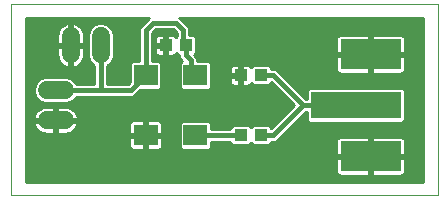
<source format=gtl>
G75*
G70*
%OFA0B0*%
%FSLAX24Y24*%
%IPPOS*%
%LPD*%
%AMOC8*
5,1,8,0,0,1.08239X$1,22.5*
%
%ADD10C,0.0000*%
%ADD11R,0.0787X0.0709*%
%ADD12C,0.0600*%
%ADD13R,0.0433X0.0394*%
%ADD14R,0.2000X0.1000*%
%ADD15R,0.3000X0.0900*%
%ADD16C,0.0160*%
%ADD17C,0.0100*%
D10*
X003000Y000100D02*
X003000Y006470D01*
X017242Y006470D01*
X017242Y000100D01*
X003000Y000100D01*
D11*
X007500Y002100D03*
X009154Y002100D03*
X009154Y004100D03*
X007500Y004100D03*
D12*
X006000Y004800D02*
X006000Y005400D01*
X005000Y005400D02*
X005000Y004800D01*
X004800Y003600D02*
X004200Y003600D01*
X004200Y002600D02*
X004800Y002600D01*
D13*
X010665Y002100D03*
X011335Y002100D03*
X011335Y004100D03*
X010665Y004100D03*
X008835Y005100D03*
X008165Y005100D03*
D14*
X015000Y004800D03*
X015000Y001400D03*
D15*
X014500Y003100D03*
D16*
X012750Y003100D01*
X011750Y004100D01*
X011335Y004100D01*
X009154Y004100D02*
X009000Y004254D01*
X009000Y004600D01*
X008835Y004765D01*
X008835Y005100D01*
X008750Y005185D01*
X008750Y005600D01*
X008500Y005850D01*
X007750Y005850D01*
X007500Y005600D01*
X007500Y004100D01*
X007000Y003600D01*
X006000Y003600D01*
X006000Y005100D01*
X008874Y004380D02*
X009154Y004100D01*
X006000Y003600D02*
X004500Y003600D01*
X007000Y002100D02*
X007500Y002100D01*
X009154Y002100D02*
X010665Y002100D01*
X011335Y002100D02*
X011750Y002100D01*
X012750Y003100D01*
D17*
X012453Y003100D02*
X011681Y002328D01*
X011681Y002351D01*
X011605Y002427D01*
X011064Y002427D01*
X011000Y002363D01*
X010936Y002427D01*
X010395Y002427D01*
X010319Y002351D01*
X010319Y002310D01*
X009677Y002310D01*
X009677Y002508D01*
X009601Y002584D01*
X008706Y002584D01*
X008630Y002508D01*
X008630Y001692D01*
X008706Y001616D01*
X009601Y001616D01*
X009677Y001692D01*
X009677Y001890D01*
X010319Y001890D01*
X010319Y001849D01*
X010395Y001773D01*
X010936Y001773D01*
X011000Y001837D01*
X011064Y001773D01*
X011605Y001773D01*
X011681Y001849D01*
X011681Y001890D01*
X011837Y001890D01*
X012837Y002890D01*
X012870Y002890D01*
X012870Y002596D01*
X012946Y002520D01*
X016054Y002520D01*
X016130Y002596D01*
X016130Y003604D01*
X016054Y003680D01*
X012946Y003680D01*
X012870Y003604D01*
X012870Y003310D01*
X012837Y003310D01*
X011837Y004310D01*
X011681Y004310D01*
X011681Y004351D01*
X011605Y004427D01*
X011064Y004427D01*
X011011Y004373D01*
X011002Y004389D01*
X010974Y004417D01*
X010940Y004437D01*
X010902Y004447D01*
X010714Y004447D01*
X010714Y004148D01*
X010617Y004148D01*
X010617Y004052D01*
X010299Y004052D01*
X010299Y003883D01*
X010309Y003845D01*
X010329Y003811D01*
X010357Y003783D01*
X010391Y003763D01*
X010429Y003753D01*
X010617Y003753D01*
X010617Y004052D01*
X010714Y004052D01*
X010714Y003753D01*
X010902Y003753D01*
X010940Y003763D01*
X010974Y003783D01*
X011002Y003811D01*
X011011Y003827D01*
X011064Y003773D01*
X011605Y003773D01*
X011681Y003849D01*
X011681Y003872D01*
X012453Y003100D01*
X012415Y003139D02*
X003500Y003139D01*
X003500Y003237D02*
X003955Y003237D01*
X003956Y003235D02*
X004114Y003170D01*
X004886Y003170D01*
X005044Y003235D01*
X005165Y003356D01*
X005178Y003390D01*
X007087Y003390D01*
X007313Y003616D01*
X007948Y003616D01*
X008024Y003692D01*
X008024Y004508D01*
X007948Y004584D01*
X007710Y004584D01*
X007710Y005513D01*
X007837Y005640D01*
X008413Y005640D01*
X008540Y005513D01*
X008540Y005403D01*
X008511Y005373D01*
X008502Y005389D01*
X008474Y005417D01*
X008440Y005437D01*
X008402Y005447D01*
X008214Y005447D01*
X008214Y005148D01*
X008117Y005148D01*
X008117Y005052D01*
X007799Y005052D01*
X007799Y004883D01*
X007809Y004845D01*
X007829Y004811D01*
X007857Y004783D01*
X007891Y004763D01*
X007929Y004753D01*
X008117Y004753D01*
X008117Y005052D01*
X008214Y005052D01*
X008214Y004753D01*
X008402Y004753D01*
X008440Y004763D01*
X008474Y004783D01*
X008502Y004811D01*
X008511Y004827D01*
X008564Y004773D01*
X008625Y004773D01*
X008625Y004678D01*
X008719Y004584D01*
X008706Y004584D01*
X008630Y004508D01*
X008630Y003692D01*
X008706Y003616D01*
X009601Y003616D01*
X009677Y003692D01*
X009677Y004508D01*
X009601Y004584D01*
X009210Y004584D01*
X009210Y004687D01*
X009114Y004783D01*
X009181Y004849D01*
X009181Y005351D01*
X009105Y005427D01*
X008960Y005427D01*
X008960Y005687D01*
X008837Y005810D01*
X008627Y006020D01*
X016750Y006020D01*
X016750Y000550D01*
X003500Y000550D01*
X003500Y006020D01*
X007623Y006020D01*
X007540Y005937D01*
X007290Y005687D01*
X007290Y004584D01*
X007052Y004584D01*
X006976Y004508D01*
X006976Y003873D01*
X006913Y003810D01*
X006210Y003810D01*
X006210Y004422D01*
X006244Y004435D01*
X006365Y004556D01*
X006430Y004714D01*
X006430Y005486D01*
X006365Y005644D01*
X006244Y005765D01*
X006086Y005830D01*
X005914Y005830D01*
X005756Y005765D01*
X005635Y005644D01*
X005570Y005486D01*
X005570Y004714D01*
X005635Y004556D01*
X005756Y004435D01*
X005790Y004422D01*
X005790Y003810D01*
X005178Y003810D01*
X005165Y003844D01*
X005044Y003965D01*
X004886Y004030D01*
X004114Y004030D01*
X003956Y003965D01*
X003835Y003844D01*
X003770Y003686D01*
X003770Y003514D01*
X003835Y003356D01*
X003956Y003235D01*
X003856Y003336D02*
X003500Y003336D01*
X003500Y003434D02*
X003803Y003434D01*
X003770Y003533D02*
X003500Y003533D01*
X003500Y003631D02*
X003770Y003631D01*
X003788Y003730D02*
X003500Y003730D01*
X003500Y003828D02*
X003829Y003828D01*
X003918Y003927D02*
X003500Y003927D01*
X003500Y004025D02*
X004102Y004025D01*
X003500Y004124D02*
X005790Y004124D01*
X005790Y004222D02*
X003500Y004222D01*
X003500Y004321D02*
X005790Y004321D01*
X005790Y004419D02*
X005241Y004419D01*
X005236Y004415D02*
X005293Y004457D01*
X005343Y004507D01*
X005385Y004564D01*
X005417Y004627D01*
X005439Y004695D01*
X005450Y004765D01*
X005450Y005050D01*
X005050Y005050D01*
X005050Y005150D01*
X005450Y005150D01*
X005450Y005435D01*
X005439Y005505D01*
X005417Y005573D01*
X005385Y005636D01*
X005343Y005693D01*
X005293Y005743D01*
X005236Y005785D01*
X005173Y005817D01*
X005105Y005839D01*
X005050Y005848D01*
X005050Y005150D01*
X004950Y005150D01*
X004950Y005848D01*
X004895Y005839D01*
X004827Y005817D01*
X004764Y005785D01*
X004707Y005743D01*
X004657Y005693D01*
X004615Y005636D01*
X004583Y005573D01*
X004561Y005505D01*
X004550Y005435D01*
X004550Y005150D01*
X004950Y005150D01*
X004950Y005050D01*
X005050Y005050D01*
X005050Y004352D01*
X005105Y004361D01*
X005173Y004383D01*
X005236Y004415D01*
X005050Y004419D02*
X004950Y004419D01*
X004950Y004352D02*
X004950Y005050D01*
X004550Y005050D01*
X004550Y004765D01*
X004561Y004695D01*
X004583Y004627D01*
X004615Y004564D01*
X004657Y004507D01*
X004707Y004457D01*
X004764Y004415D01*
X004827Y004383D01*
X004895Y004361D01*
X004950Y004352D01*
X004759Y004419D02*
X003500Y004419D01*
X003500Y004518D02*
X004649Y004518D01*
X004589Y004616D02*
X003500Y004616D01*
X003500Y004715D02*
X004558Y004715D01*
X004550Y004813D02*
X003500Y004813D01*
X003500Y004912D02*
X004550Y004912D01*
X004550Y005010D02*
X003500Y005010D01*
X003500Y005109D02*
X004950Y005109D01*
X004950Y005207D02*
X005050Y005207D01*
X005050Y005109D02*
X005570Y005109D01*
X005570Y005207D02*
X005450Y005207D01*
X005450Y005306D02*
X005570Y005306D01*
X005570Y005404D02*
X005450Y005404D01*
X005439Y005503D02*
X005577Y005503D01*
X005618Y005601D02*
X005403Y005601D01*
X005337Y005700D02*
X005691Y005700D01*
X005837Y005798D02*
X005210Y005798D01*
X005050Y005798D02*
X004950Y005798D01*
X004950Y005700D02*
X005050Y005700D01*
X005050Y005601D02*
X004950Y005601D01*
X004950Y005503D02*
X005050Y005503D01*
X005050Y005404D02*
X004950Y005404D01*
X004950Y005306D02*
X005050Y005306D01*
X004550Y005306D02*
X003500Y005306D01*
X003500Y005404D02*
X004550Y005404D01*
X004561Y005503D02*
X003500Y005503D01*
X003500Y005601D02*
X004597Y005601D01*
X004663Y005700D02*
X003500Y005700D01*
X003500Y005798D02*
X004790Y005798D01*
X003500Y005897D02*
X007500Y005897D01*
X007598Y005995D02*
X003500Y005995D01*
X003500Y005207D02*
X004550Y005207D01*
X004950Y005010D02*
X005050Y005010D01*
X005050Y004912D02*
X004950Y004912D01*
X004950Y004813D02*
X005050Y004813D01*
X005050Y004715D02*
X004950Y004715D01*
X004950Y004616D02*
X005050Y004616D01*
X005050Y004518D02*
X004950Y004518D01*
X005351Y004518D02*
X005674Y004518D01*
X005611Y004616D02*
X005411Y004616D01*
X005442Y004715D02*
X005570Y004715D01*
X005570Y004813D02*
X005450Y004813D01*
X005450Y004912D02*
X005570Y004912D01*
X005570Y005010D02*
X005450Y005010D01*
X006430Y005010D02*
X007290Y005010D01*
X007290Y004912D02*
X006430Y004912D01*
X006430Y004813D02*
X007290Y004813D01*
X007290Y004715D02*
X006430Y004715D01*
X006389Y004616D02*
X007290Y004616D01*
X006986Y004518D02*
X006326Y004518D01*
X006210Y004419D02*
X006976Y004419D01*
X006976Y004321D02*
X006210Y004321D01*
X006210Y004222D02*
X006976Y004222D01*
X006976Y004124D02*
X006210Y004124D01*
X006210Y004025D02*
X006976Y004025D01*
X006976Y003927D02*
X006210Y003927D01*
X006210Y003828D02*
X006931Y003828D01*
X007229Y003533D02*
X012021Y003533D01*
X011922Y003631D02*
X009616Y003631D01*
X009677Y003730D02*
X011824Y003730D01*
X011725Y003828D02*
X011660Y003828D01*
X012122Y004025D02*
X016750Y004025D01*
X016750Y003927D02*
X012220Y003927D01*
X012319Y003828D02*
X016750Y003828D01*
X016750Y003730D02*
X012417Y003730D01*
X012516Y003631D02*
X012897Y003631D01*
X012870Y003533D02*
X012614Y003533D01*
X012713Y003434D02*
X012870Y003434D01*
X012870Y003336D02*
X012811Y003336D01*
X012316Y003237D02*
X005045Y003237D01*
X005144Y003336D02*
X012218Y003336D01*
X012119Y003434D02*
X007131Y003434D01*
X007963Y003631D02*
X008691Y003631D01*
X008630Y003730D02*
X008024Y003730D01*
X008024Y003828D02*
X008630Y003828D01*
X008630Y003927D02*
X008024Y003927D01*
X008024Y004025D02*
X008630Y004025D01*
X008630Y004124D02*
X008024Y004124D01*
X008024Y004222D02*
X008630Y004222D01*
X008630Y004321D02*
X008024Y004321D01*
X008024Y004419D02*
X008630Y004419D01*
X008639Y004518D02*
X008014Y004518D01*
X007710Y004616D02*
X008687Y004616D01*
X008625Y004715D02*
X007710Y004715D01*
X007710Y004813D02*
X007828Y004813D01*
X008117Y004813D02*
X008214Y004813D01*
X008214Y004912D02*
X008117Y004912D01*
X008117Y005010D02*
X008214Y005010D01*
X008117Y005109D02*
X007710Y005109D01*
X007799Y005148D02*
X008117Y005148D01*
X008117Y005447D01*
X007929Y005447D01*
X007891Y005437D01*
X007857Y005417D01*
X007829Y005389D01*
X007809Y005355D01*
X007799Y005317D01*
X007799Y005148D01*
X007799Y005207D02*
X007710Y005207D01*
X007710Y005306D02*
X007799Y005306D01*
X007844Y005404D02*
X007710Y005404D01*
X007710Y005503D02*
X008540Y005503D01*
X008452Y005601D02*
X007798Y005601D01*
X007303Y005700D02*
X006309Y005700D01*
X006163Y005798D02*
X007401Y005798D01*
X007290Y005601D02*
X006382Y005601D01*
X006423Y005503D02*
X007290Y005503D01*
X007290Y005404D02*
X006430Y005404D01*
X006430Y005306D02*
X007290Y005306D01*
X007290Y005207D02*
X006430Y005207D01*
X006430Y005109D02*
X007290Y005109D01*
X007710Y005010D02*
X007799Y005010D01*
X007799Y004912D02*
X007710Y004912D01*
X008117Y005207D02*
X008214Y005207D01*
X008214Y005306D02*
X008117Y005306D01*
X008117Y005404D02*
X008214Y005404D01*
X008487Y005404D02*
X008540Y005404D01*
X008960Y005503D02*
X016750Y005503D01*
X016750Y005601D02*
X008960Y005601D01*
X008947Y005700D02*
X016750Y005700D01*
X016750Y005798D02*
X008849Y005798D01*
X008750Y005897D02*
X016750Y005897D01*
X016750Y005995D02*
X008652Y005995D01*
X009128Y005404D02*
X013892Y005404D01*
X013880Y005392D02*
X013860Y005358D01*
X013850Y005320D01*
X013850Y004850D01*
X014950Y004850D01*
X014950Y005450D01*
X013980Y005450D01*
X013942Y005440D01*
X013908Y005420D01*
X013880Y005392D01*
X013850Y005306D02*
X009181Y005306D01*
X009181Y005207D02*
X013850Y005207D01*
X013850Y005109D02*
X009181Y005109D01*
X009181Y005010D02*
X013850Y005010D01*
X013850Y004912D02*
X009181Y004912D01*
X009145Y004813D02*
X014950Y004813D01*
X014950Y004850D02*
X014950Y004750D01*
X015050Y004750D01*
X015050Y004850D01*
X014950Y004850D01*
X014950Y004912D02*
X015050Y004912D01*
X015050Y004850D02*
X015050Y005450D01*
X016020Y005450D01*
X016058Y005440D01*
X016092Y005420D01*
X016120Y005392D01*
X016140Y005358D01*
X016150Y005320D01*
X016150Y004850D01*
X015050Y004850D01*
X015050Y004813D02*
X016750Y004813D01*
X016750Y004715D02*
X016150Y004715D01*
X016150Y004750D02*
X015050Y004750D01*
X015050Y004150D01*
X016020Y004150D01*
X016058Y004160D01*
X016092Y004180D01*
X016120Y004208D01*
X016140Y004242D01*
X016150Y004280D01*
X016150Y004750D01*
X016150Y004616D02*
X016750Y004616D01*
X016750Y004518D02*
X016150Y004518D01*
X016150Y004419D02*
X016750Y004419D01*
X016750Y004321D02*
X016150Y004321D01*
X016128Y004222D02*
X016750Y004222D01*
X016750Y004124D02*
X012023Y004124D01*
X011925Y004222D02*
X013872Y004222D01*
X013880Y004208D02*
X013860Y004242D01*
X013850Y004280D01*
X013850Y004750D01*
X014950Y004750D01*
X014950Y004150D01*
X013980Y004150D01*
X013942Y004160D01*
X013908Y004180D01*
X013880Y004208D01*
X013850Y004321D02*
X011681Y004321D01*
X011613Y004419D02*
X013850Y004419D01*
X013850Y004518D02*
X009668Y004518D01*
X009677Y004419D02*
X010360Y004419D01*
X010357Y004417D02*
X010329Y004389D01*
X010309Y004355D01*
X010299Y004317D01*
X010299Y004148D01*
X010617Y004148D01*
X010617Y004447D01*
X010429Y004447D01*
X010391Y004437D01*
X010357Y004417D01*
X010300Y004321D02*
X009677Y004321D01*
X009677Y004222D02*
X010299Y004222D01*
X010617Y004222D02*
X010714Y004222D01*
X010617Y004124D02*
X009677Y004124D01*
X009677Y004025D02*
X010299Y004025D01*
X010299Y003927D02*
X009677Y003927D01*
X009677Y003828D02*
X010319Y003828D01*
X010617Y003828D02*
X010714Y003828D01*
X010714Y003927D02*
X010617Y003927D01*
X010617Y004025D02*
X010714Y004025D01*
X010714Y004321D02*
X010617Y004321D01*
X010617Y004419D02*
X010714Y004419D01*
X010970Y004419D02*
X011056Y004419D01*
X009210Y004616D02*
X013850Y004616D01*
X013850Y004715D02*
X009182Y004715D01*
X008524Y004813D02*
X008503Y004813D01*
X005790Y004025D02*
X004898Y004025D01*
X005082Y003927D02*
X005790Y003927D01*
X005790Y003828D02*
X005171Y003828D01*
X004905Y003039D02*
X004835Y003050D01*
X004550Y003050D01*
X004550Y002650D01*
X004450Y002650D01*
X004450Y003050D01*
X004165Y003050D01*
X004095Y003039D01*
X004027Y003017D01*
X003964Y002985D01*
X003907Y002943D01*
X003857Y002893D01*
X003815Y002836D01*
X003783Y002773D01*
X003761Y002705D01*
X003752Y002650D01*
X004450Y002650D01*
X004450Y002550D01*
X004550Y002550D01*
X004550Y002650D01*
X005248Y002650D01*
X005239Y002705D01*
X005217Y002773D01*
X005185Y002836D01*
X005143Y002893D01*
X005093Y002943D01*
X005036Y002985D01*
X004973Y003017D01*
X004905Y003039D01*
X004898Y003040D02*
X012393Y003040D01*
X012295Y002942D02*
X005095Y002942D01*
X005180Y002843D02*
X012196Y002843D01*
X012098Y002745D02*
X005226Y002745D01*
X005248Y002550D02*
X004550Y002550D01*
X004550Y002150D01*
X004835Y002150D01*
X004905Y002161D01*
X004973Y002183D01*
X005036Y002215D01*
X005093Y002257D01*
X005143Y002307D01*
X005185Y002364D01*
X005217Y002427D01*
X005239Y002495D01*
X005248Y002550D01*
X005247Y002548D02*
X006987Y002548D01*
X006986Y002546D02*
X006967Y002512D01*
X006956Y002474D01*
X006956Y002150D01*
X007450Y002150D01*
X007450Y002604D01*
X007087Y002604D01*
X007048Y002594D01*
X007014Y002574D01*
X006986Y002546D01*
X006956Y002449D02*
X005224Y002449D01*
X005175Y002351D02*
X006956Y002351D01*
X006956Y002252D02*
X005087Y002252D01*
X004858Y002154D02*
X006956Y002154D01*
X006956Y002050D02*
X006956Y001726D01*
X006967Y001688D01*
X006986Y001654D01*
X007014Y001626D01*
X007048Y001606D01*
X007087Y001596D01*
X007450Y001596D01*
X007450Y002050D01*
X007550Y002050D01*
X007550Y002150D01*
X008044Y002150D01*
X008044Y002474D01*
X008033Y002512D01*
X008014Y002546D01*
X007986Y002574D01*
X007952Y002594D01*
X007913Y002604D01*
X007550Y002604D01*
X007550Y002150D01*
X007450Y002150D01*
X007450Y002050D01*
X006956Y002050D01*
X006956Y001957D02*
X003500Y001957D01*
X003500Y001858D02*
X006956Y001858D01*
X006956Y001760D02*
X003500Y001760D01*
X003500Y001661D02*
X006982Y001661D01*
X007450Y001661D02*
X007550Y001661D01*
X007550Y001596D02*
X007913Y001596D01*
X007952Y001606D01*
X007986Y001626D01*
X008014Y001654D01*
X008033Y001688D01*
X008044Y001726D01*
X008044Y002050D01*
X007550Y002050D01*
X007550Y001596D01*
X007550Y001760D02*
X007450Y001760D01*
X007450Y001858D02*
X007550Y001858D01*
X007550Y001957D02*
X007450Y001957D01*
X007450Y002055D02*
X003500Y002055D01*
X003500Y002154D02*
X004142Y002154D01*
X004165Y002150D02*
X004095Y002161D01*
X004027Y002183D01*
X003964Y002215D01*
X003907Y002257D01*
X003857Y002307D01*
X003815Y002364D01*
X003783Y002427D01*
X003761Y002495D01*
X003752Y002550D01*
X004450Y002550D01*
X004450Y002150D01*
X004165Y002150D01*
X004450Y002154D02*
X004550Y002154D01*
X004550Y002252D02*
X004450Y002252D01*
X004450Y002351D02*
X004550Y002351D01*
X004550Y002449D02*
X004450Y002449D01*
X004450Y002548D02*
X004550Y002548D01*
X004550Y002646D02*
X011999Y002646D01*
X011901Y002548D02*
X009638Y002548D01*
X009677Y002449D02*
X011802Y002449D01*
X011704Y002351D02*
X011681Y002351D01*
X012100Y002154D02*
X016750Y002154D01*
X016750Y002055D02*
X012002Y002055D01*
X011903Y001957D02*
X013860Y001957D01*
X013860Y001958D02*
X013850Y001920D01*
X013850Y001450D01*
X014950Y001450D01*
X014950Y002050D01*
X013980Y002050D01*
X013942Y002040D01*
X013908Y002020D01*
X013880Y001992D01*
X013860Y001958D01*
X013850Y001858D02*
X011681Y001858D01*
X012199Y002252D02*
X016750Y002252D01*
X016750Y002351D02*
X012297Y002351D01*
X012396Y002449D02*
X016750Y002449D01*
X016750Y002548D02*
X016081Y002548D01*
X016130Y002646D02*
X016750Y002646D01*
X016750Y002745D02*
X016130Y002745D01*
X016130Y002843D02*
X016750Y002843D01*
X016750Y002942D02*
X016130Y002942D01*
X016130Y003040D02*
X016750Y003040D01*
X016750Y003139D02*
X016130Y003139D01*
X016130Y003237D02*
X016750Y003237D01*
X016750Y003336D02*
X016130Y003336D01*
X016130Y003434D02*
X016750Y003434D01*
X016750Y003533D02*
X016130Y003533D01*
X016103Y003631D02*
X016750Y003631D01*
X015050Y004222D02*
X014950Y004222D01*
X014950Y004321D02*
X015050Y004321D01*
X015050Y004419D02*
X014950Y004419D01*
X014950Y004518D02*
X015050Y004518D01*
X015050Y004616D02*
X014950Y004616D01*
X014950Y004715D02*
X015050Y004715D01*
X015050Y005010D02*
X014950Y005010D01*
X014950Y005109D02*
X015050Y005109D01*
X015050Y005207D02*
X014950Y005207D01*
X014950Y005306D02*
X015050Y005306D01*
X015050Y005404D02*
X014950Y005404D01*
X016108Y005404D02*
X016750Y005404D01*
X016750Y005306D02*
X016150Y005306D01*
X016150Y005207D02*
X016750Y005207D01*
X016750Y005109D02*
X016150Y005109D01*
X016150Y005010D02*
X016750Y005010D01*
X016750Y004912D02*
X016150Y004912D01*
X012870Y002843D02*
X012790Y002843D01*
X012870Y002745D02*
X012691Y002745D01*
X012593Y002646D02*
X012870Y002646D01*
X012919Y002548D02*
X012494Y002548D01*
X013850Y001760D02*
X009677Y001760D01*
X009646Y001661D02*
X013850Y001661D01*
X013850Y001563D02*
X003500Y001563D01*
X003500Y001464D02*
X013850Y001464D01*
X013850Y001350D02*
X013850Y000880D01*
X013860Y000842D01*
X013880Y000808D01*
X013908Y000780D01*
X013942Y000760D01*
X013980Y000750D01*
X014950Y000750D01*
X014950Y001350D01*
X015050Y001350D01*
X015050Y001450D01*
X014950Y001450D01*
X014950Y001350D01*
X013850Y001350D01*
X013850Y001267D02*
X003500Y001267D01*
X003500Y001366D02*
X014950Y001366D01*
X014950Y001267D02*
X015050Y001267D01*
X015050Y001350D02*
X015050Y000750D01*
X016020Y000750D01*
X016058Y000760D01*
X016092Y000780D01*
X016120Y000808D01*
X016140Y000842D01*
X016150Y000880D01*
X016150Y001350D01*
X015050Y001350D01*
X015050Y001366D02*
X016750Y001366D01*
X016750Y001267D02*
X016150Y001267D01*
X016150Y001169D02*
X016750Y001169D01*
X016750Y001070D02*
X016150Y001070D01*
X016150Y000972D02*
X016750Y000972D01*
X016750Y000873D02*
X016148Y000873D01*
X016083Y000775D02*
X016750Y000775D01*
X016750Y000676D02*
X003500Y000676D01*
X003500Y000775D02*
X013917Y000775D01*
X013852Y000873D02*
X003500Y000873D01*
X003500Y000972D02*
X013850Y000972D01*
X013850Y001070D02*
X003500Y001070D01*
X003500Y001169D02*
X013850Y001169D01*
X014950Y001169D02*
X015050Y001169D01*
X015050Y001070D02*
X014950Y001070D01*
X014950Y000972D02*
X015050Y000972D01*
X015050Y000873D02*
X014950Y000873D01*
X014950Y000775D02*
X015050Y000775D01*
X015050Y001450D02*
X016150Y001450D01*
X016150Y001920D01*
X016140Y001958D01*
X016120Y001992D01*
X016092Y002020D01*
X016058Y002040D01*
X016020Y002050D01*
X015050Y002050D01*
X015050Y001450D01*
X015050Y001464D02*
X014950Y001464D01*
X014950Y001563D02*
X015050Y001563D01*
X015050Y001661D02*
X014950Y001661D01*
X014950Y001760D02*
X015050Y001760D01*
X015050Y001858D02*
X014950Y001858D01*
X014950Y001957D02*
X015050Y001957D01*
X016140Y001957D02*
X016750Y001957D01*
X016750Y001858D02*
X016150Y001858D01*
X016150Y001760D02*
X016750Y001760D01*
X016750Y001661D02*
X016150Y001661D01*
X016150Y001563D02*
X016750Y001563D01*
X016750Y001464D02*
X016150Y001464D01*
X016750Y000578D02*
X003500Y000578D01*
X007550Y002055D02*
X008630Y002055D01*
X008630Y002154D02*
X008044Y002154D01*
X008044Y002252D02*
X008630Y002252D01*
X008630Y002351D02*
X008044Y002351D01*
X008044Y002449D02*
X008630Y002449D01*
X008669Y002548D02*
X008013Y002548D01*
X007550Y002548D02*
X007450Y002548D01*
X007450Y002449D02*
X007550Y002449D01*
X007550Y002351D02*
X007450Y002351D01*
X007450Y002252D02*
X007550Y002252D01*
X007550Y002154D02*
X007450Y002154D01*
X008044Y001957D02*
X008630Y001957D01*
X008630Y001858D02*
X008044Y001858D01*
X008044Y001760D02*
X008630Y001760D01*
X008661Y001661D02*
X008018Y001661D01*
X009677Y001858D02*
X010319Y001858D01*
X010319Y002351D02*
X009677Y002351D01*
X004550Y002745D02*
X004450Y002745D01*
X004450Y002843D02*
X004550Y002843D01*
X004550Y002942D02*
X004450Y002942D01*
X004450Y003040D02*
X004550Y003040D01*
X004102Y003040D02*
X003500Y003040D01*
X003500Y002942D02*
X003905Y002942D01*
X003820Y002843D02*
X003500Y002843D01*
X003500Y002745D02*
X003774Y002745D01*
X003500Y002646D02*
X004450Y002646D01*
X003825Y002351D02*
X003500Y002351D01*
X003500Y002252D02*
X003913Y002252D01*
X003776Y002449D02*
X003500Y002449D01*
X003500Y002548D02*
X003753Y002548D01*
M02*

</source>
